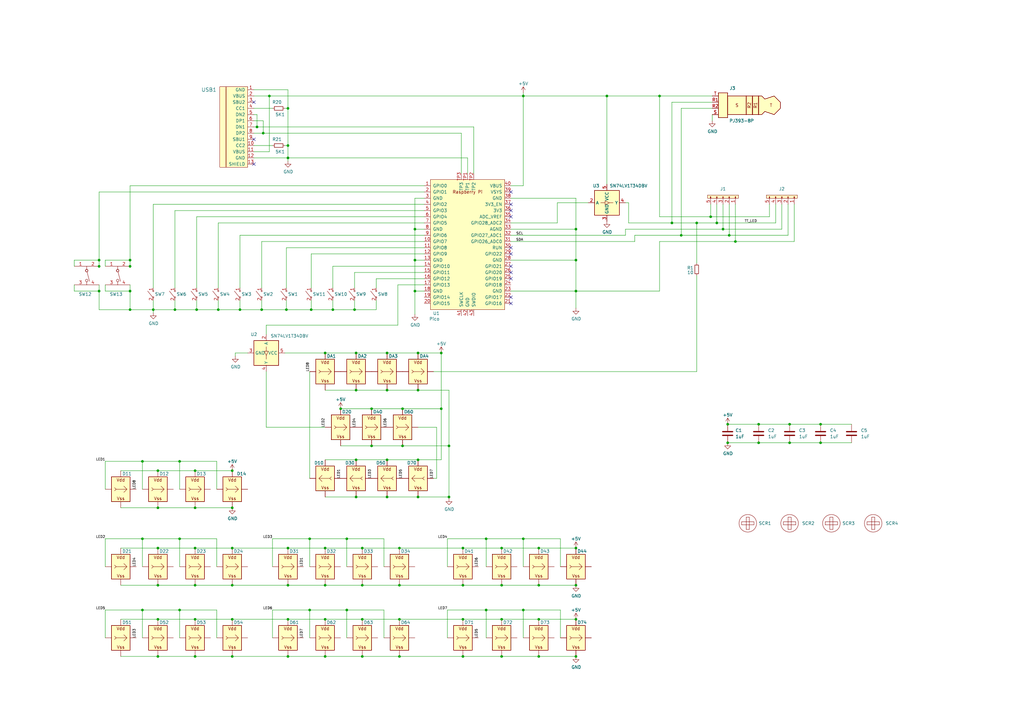
<source format=kicad_sch>
(kicad_sch (version 20211123) (generator eeschema)
  (paper "A3")
  (junction (at 220.98 240.03))
  (junction (at 127.635 127))
  (junction (at 236.22 240.03))
  (junction (at 163.83 269.24))
  (junction (at 107.95 54.61))
  (junction (at 299.085 96.52))
  (junction (at 214.63 39.37))
  (junction (at 205.74 240.03))
  (junction (at 133.35 224.79))
  (junction (at 189.865 240.03))
  (junction (at 98.425 127))
  (junction (at 184.15 203.835))
  (junction (at 146.05 160.02))
  (junction (at 205.74 269.24))
  (junction (at 148.59 269.24))
  (junction (at 58.42 220.98))
  (junction (at 118.11 240.03))
  (junction (at 53.34 119.38))
  (junction (at 40.64 106.68))
  (junction (at 80.01 269.24))
  (junction (at 64.77 254))
  (junction (at 275.59 91.44))
  (junction (at 146.05 203.835))
  (junction (at 171.45 203.835))
  (junction (at 158.75 188.595))
  (junction (at 323.85 173.99))
  (junction (at 64.77 240.03))
  (junction (at 71.755 127))
  (junction (at 298.45 181.61))
  (junction (at 163.83 254))
  (junction (at 158.75 144.78))
  (junction (at 180.975 144.78))
  (junction (at 107.315 127))
  (junction (at 80.01 224.79))
  (junction (at 139.7 167.64))
  (junction (at 323.85 181.61))
  (junction (at 199.39 220.98))
  (junction (at 171.45 188.595))
  (junction (at 158.75 160.02))
  (junction (at 95.25 224.79))
  (junction (at 148.59 254))
  (junction (at 152.4 167.64))
  (junction (at 62.865 127))
  (junction (at 170.18 119.38))
  (junction (at 133.35 240.03))
  (junction (at 110.49 39.37))
  (junction (at 142.24 250.19))
  (junction (at 117.475 127))
  (junction (at 270.51 39.37))
  (junction (at 58.42 189.23))
  (junction (at 248.92 39.37))
  (junction (at 163.83 240.03))
  (junction (at 118.11 64.77))
  (junction (at 296.545 93.98))
  (junction (at 53.34 127))
  (junction (at 236.22 269.24))
  (junction (at 133.35 254))
  (junction (at 148.59 240.03))
  (junction (at 145.415 127))
  (junction (at 298.45 173.99))
  (junction (at 80.01 240.03))
  (junction (at 189.865 269.24))
  (junction (at 127 250.19))
  (junction (at 80.01 254))
  (junction (at 73.66 220.98))
  (junction (at 118.11 254))
  (junction (at 64.77 208.28))
  (junction (at 294.005 91.44))
  (junction (at 95.25 208.28))
  (junction (at 301.625 99.06))
  (junction (at 73.66 250.19))
  (junction (at 311.15 173.99))
  (junction (at 95.25 193.04))
  (junction (at 285.75 91.44))
  (junction (at 236.22 254))
  (junction (at 89.535 127))
  (junction (at 189.865 254))
  (junction (at 199.39 250.19))
  (junction (at 133.35 269.24))
  (junction (at 95.25 240.03))
  (junction (at 220.98 254))
  (junction (at 205.74 224.79))
  (junction (at 80.645 127))
  (junction (at 165.1 182.88))
  (junction (at 152.4 182.88))
  (junction (at 189.865 224.79))
  (junction (at 336.55 173.99))
  (junction (at 142.24 220.98))
  (junction (at 148.59 224.79))
  (junction (at 118.11 59.69))
  (junction (at 170.18 106.68))
  (junction (at 95.25 269.24))
  (junction (at 80.01 208.28))
  (junction (at 163.83 224.79))
  (junction (at 53.34 109.22))
  (junction (at 64.77 193.04))
  (junction (at 40.64 109.22))
  (junction (at 118.11 44.45))
  (junction (at 205.74 254))
  (junction (at 136.525 127))
  (junction (at 165.1 167.64))
  (junction (at 158.75 203.835))
  (junction (at 146.05 188.595))
  (junction (at 73.66 189.23))
  (junction (at 80.01 193.04))
  (junction (at 40.64 119.38))
  (junction (at 180.975 167.64))
  (junction (at 311.15 181.61))
  (junction (at 170.18 93.98))
  (junction (at 133.35 144.78))
  (junction (at 336.55 181.61))
  (junction (at 214.63 220.98))
  (junction (at 146.05 144.78))
  (junction (at 214.63 250.19))
  (junction (at 58.42 250.19))
  (junction (at 291.465 88.9))
  (junction (at 220.98 269.24))
  (junction (at 64.77 224.79))
  (junction (at 118.11 269.24))
  (junction (at 171.45 144.78))
  (junction (at 53.34 106.68))
  (junction (at 236.22 106.68))
  (junction (at 220.98 224.79))
  (junction (at 236.22 93.98))
  (junction (at 127 220.98))
  (junction (at 64.77 269.24))
  (junction (at 184.15 182.88))
  (junction (at 105.41 52.07))
  (junction (at 95.25 254))
  (junction (at 171.45 160.02))
  (junction (at 236.22 224.79))
  (junction (at 236.22 119.38))
  (junction (at 118.11 224.79))
  (junction (at 279.4 96.52))
  (no_connect (at 104.14 67.31))
  (no_connect (at 104.14 41.91))
  (no_connect (at 104.14 57.15))
  (no_connect (at 209.55 101.6))
  (no_connect (at 209.55 104.14))
  (no_connect (at 209.55 109.22))
  (no_connect (at 209.55 111.76))
  (no_connect (at 209.55 114.3))
  (no_connect (at 209.55 78.74))
  (no_connect (at 209.55 83.82))
  (no_connect (at 209.55 86.36))
  (no_connect (at 209.55 88.9))
  (no_connect (at 209.55 121.92))
  (no_connect (at 209.55 124.46))
  (wire (pts (xy 257.81 91.44) (xy 275.59 91.44)))
  (wire (pts (xy 336.55 173.99) (xy 349.25 173.99)))
  (wire (pts (xy 118.11 36.83) (xy 118.11 44.45)))
  (wire (pts (xy 80.01 193.04) (xy 95.25 193.04)))
  (wire (pts (xy 118.11 224.79) (xy 133.35 224.79)))
  (wire (pts (xy 98.425 127) (xy 89.535 127)))
  (wire (pts (xy 170.18 81.28) (xy 170.18 93.98)))
  (wire (pts (xy 109.22 133.35) (xy 109.22 137.16)))
  (wire (pts (xy 336.55 181.61) (xy 349.25 181.61)))
  (wire (pts (xy 95.25 269.24) (xy 118.11 269.24)))
  (wire (pts (xy 146.05 144.78) (xy 158.75 144.78)))
  (wire (pts (xy 133.35 160.02) (xy 146.05 160.02)))
  (wire (pts (xy 142.24 220.98) (xy 142.24 232.41)))
  (wire (pts (xy 142.24 250.19) (xy 142.24 261.62)))
  (wire (pts (xy 275.59 91.44) (xy 285.75 91.44)))
  (wire (pts (xy 209.55 119.38) (xy 236.22 119.38)))
  (wire (pts (xy 173.99 91.44) (xy 89.535 91.44)))
  (wire (pts (xy 189.865 224.79) (xy 205.74 224.79)))
  (wire (pts (xy 98.425 123.19) (xy 98.425 127)))
  (wire (pts (xy 107.315 123.19) (xy 107.315 127)))
  (wire (pts (xy 180.975 144.78) (xy 180.975 167.64)))
  (wire (pts (xy 142.24 250.19) (xy 157.48 250.19)))
  (wire (pts (xy 53.34 119.38) (xy 53.34 127)))
  (wire (pts (xy 104.14 52.07) (xy 105.41 52.07)))
  (wire (pts (xy 95.25 224.79) (xy 118.11 224.79)))
  (wire (pts (xy 127 220.98) (xy 127 232.41)))
  (wire (pts (xy 110.49 62.23) (xy 110.49 39.37)))
  (wire (pts (xy 49.53 269.24) (xy 64.77 269.24)))
  (wire (pts (xy 260.35 96.52) (xy 260.35 99.06)))
  (wire (pts (xy 236.22 81.28) (xy 236.22 93.98)))
  (wire (pts (xy 58.42 189.23) (xy 58.42 200.66)))
  (wire (pts (xy 179.07 175.26) (xy 179.07 196.215)))
  (wire (pts (xy 111.76 250.19) (xy 111.76 261.62)))
  (wire (pts (xy 80.01 269.24) (xy 95.25 269.24)))
  (wire (pts (xy 127 250.19) (xy 127 261.62)))
  (wire (pts (xy 73.66 250.19) (xy 73.66 261.62)))
  (wire (pts (xy 180.975 167.64) (xy 180.975 188.595)))
  (wire (pts (xy 40.64 78.74) (xy 40.64 106.68)))
  (wire (pts (xy 220.98 254) (xy 236.22 254)))
  (wire (pts (xy 117.475 123.19) (xy 117.475 127)))
  (wire (pts (xy 257.81 83.185) (xy 257.81 91.44)))
  (wire (pts (xy 173.99 96.52) (xy 98.425 96.52)))
  (wire (pts (xy 98.425 96.52) (xy 98.425 118.11)))
  (wire (pts (xy 30.48 106.68) (xy 40.64 106.68)))
  (wire (pts (xy 199.39 220.98) (xy 183.515 220.98)))
  (wire (pts (xy 58.42 250.19) (xy 73.66 250.19)))
  (wire (pts (xy 58.42 189.23) (xy 73.66 189.23)))
  (wire (pts (xy 220.98 269.24) (xy 236.22 269.24)))
  (wire (pts (xy 146.05 160.02) (xy 158.75 160.02)))
  (wire (pts (xy 49.53 254) (xy 64.77 254)))
  (wire (pts (xy 58.42 220.98) (xy 58.42 232.41)))
  (wire (pts (xy 189.23 54.61) (xy 107.95 54.61)))
  (wire (pts (xy 80.01 254) (xy 95.25 254)))
  (wire (pts (xy 171.45 203.835) (xy 184.15 203.835)))
  (wire (pts (xy 80.01 208.28) (xy 95.25 208.28)))
  (wire (pts (xy 163.83 254) (xy 189.865 254)))
  (wire (pts (xy 173.99 99.06) (xy 107.315 99.06)))
  (wire (pts (xy 291.465 88.9) (xy 270.51 88.9)))
  (wire (pts (xy 228.6 83.185) (xy 241.3 83.185)))
  (wire (pts (xy 189.865 254) (xy 205.74 254)))
  (wire (pts (xy 80.01 224.79) (xy 95.25 224.79)))
  (wire (pts (xy 209.55 91.44) (xy 228.6 91.44)))
  (wire (pts (xy 127 250.19) (xy 111.76 250.19)))
  (wire (pts (xy 325.755 99.06) (xy 325.755 83.82)))
  (wire (pts (xy 318.135 91.44) (xy 294.005 91.44)))
  (wire (pts (xy 171.45 160.02) (xy 184.15 160.02)))
  (wire (pts (xy 189.865 269.24) (xy 205.74 269.24)))
  (wire (pts (xy 73.66 250.19) (xy 88.9 250.19)))
  (wire (pts (xy 49.53 208.28) (xy 64.77 208.28)))
  (wire (pts (xy 49.53 240.03) (xy 64.77 240.03)))
  (wire (pts (xy 173.99 109.22) (xy 136.525 109.22)))
  (wire (pts (xy 299.085 83.82) (xy 299.085 96.52)))
  (wire (pts (xy 170.18 93.98) (xy 170.18 106.68)))
  (wire (pts (xy 311.15 173.99) (xy 323.85 173.99)))
  (wire (pts (xy 62.865 83.82) (xy 62.865 118.11)))
  (wire (pts (xy 236.22 119.38) (xy 236.22 126.365)))
  (wire (pts (xy 173.99 78.74) (xy 40.64 78.74)))
  (wire (pts (xy 30.48 119.38) (xy 40.64 119.38)))
  (wire (pts (xy 133.35 224.79) (xy 148.59 224.79)))
  (wire (pts (xy 158.75 203.835) (xy 171.45 203.835)))
  (wire (pts (xy 171.45 144.78) (xy 180.975 144.78)))
  (wire (pts (xy 154.305 114.3) (xy 154.305 118.11)))
  (wire (pts (xy 58.42 250.19) (xy 43.18 250.19)))
  (wire (pts (xy 62.865 123.19) (xy 62.865 127)))
  (wire (pts (xy 146.05 203.835) (xy 158.75 203.835)))
  (wire (pts (xy 205.74 269.24) (xy 220.98 269.24)))
  (wire (pts (xy 315.595 88.9) (xy 291.465 88.9)))
  (wire (pts (xy 88.9 189.23) (xy 88.9 200.66)))
  (wire (pts (xy 248.92 75.565) (xy 248.92 39.37)))
  (wire (pts (xy 157.48 220.98) (xy 157.48 232.41)))
  (wire (pts (xy 270.51 39.37) (xy 292.1 39.37)))
  (wire (pts (xy 127.635 123.19) (xy 127.635 127)))
  (wire (pts (xy 163.83 224.79) (xy 189.865 224.79)))
  (wire (pts (xy 105.41 46.99) (xy 105.41 52.07)))
  (wire (pts (xy 30.48 109.22) (xy 30.48 106.68)))
  (wire (pts (xy 165.1 167.64) (xy 180.975 167.64)))
  (wire (pts (xy 73.66 220.98) (xy 73.66 232.41)))
  (wire (pts (xy 194.31 52.07) (xy 105.41 52.07)))
  (wire (pts (xy 171.45 188.595) (xy 180.975 188.595)))
  (wire (pts (xy 256.54 93.98) (xy 296.545 93.98)))
  (wire (pts (xy 71.755 127) (xy 62.865 127)))
  (wire (pts (xy 107.315 99.06) (xy 107.315 118.11)))
  (wire (pts (xy 165.1 182.88) (xy 184.15 182.88)))
  (wire (pts (xy 184.15 203.835) (xy 184.15 204.47)))
  (wire (pts (xy 199.39 250.19) (xy 199.39 261.62)))
  (wire (pts (xy 248.92 39.37) (xy 270.51 39.37)))
  (wire (pts (xy 133.35 254) (xy 148.59 254)))
  (wire (pts (xy 80.01 240.03) (xy 95.25 240.03)))
  (wire (pts (xy 323.85 181.61) (xy 336.55 181.61)))
  (wire (pts (xy 163.83 269.24) (xy 189.865 269.24)))
  (wire (pts (xy 199.39 250.19) (xy 214.63 250.19)))
  (wire (pts (xy 296.545 93.98) (xy 320.675 93.98)))
  (wire (pts (xy 220.98 240.03) (xy 236.22 240.03)))
  (wire (pts (xy 171.45 175.26) (xy 179.07 175.26)))
  (wire (pts (xy 199.39 250.19) (xy 183.515 250.19)))
  (wire (pts (xy 104.14 64.77) (xy 118.11 64.77)))
  (wire (pts (xy 107.95 49.53) (xy 107.95 54.61)))
  (wire (pts (xy 301.625 99.06) (xy 301.625 83.82)))
  (wire (pts (xy 285.75 152.4) (xy 285.75 113.03)))
  (wire (pts (xy 40.64 109.22) (xy 40.64 109.855)))
  (wire (pts (xy 315.595 83.82) (xy 315.595 88.9)))
  (wire (pts (xy 40.64 119.38) (xy 40.64 127)))
  (wire (pts (xy 194.31 71.12) (xy 194.31 52.07)))
  (wire (pts (xy 279.4 96.52) (xy 279.4 44.45)))
  (wire (pts (xy 183.515 220.98) (xy 183.515 232.41)))
  (wire (pts (xy 214.63 250.19) (xy 229.87 250.19)))
  (wire (pts (xy 58.42 220.98) (xy 73.66 220.98)))
  (wire (pts (xy 177.8 152.4) (xy 285.75 152.4)))
  (wire (pts (xy 127 220.98) (xy 142.24 220.98)))
  (wire (pts (xy 133.35 269.24) (xy 148.59 269.24)))
  (wire (pts (xy 71.755 123.19) (xy 71.755 127)))
  (wire (pts (xy 136.525 127) (xy 127.635 127)))
  (wire (pts (xy 136.525 109.22) (xy 136.525 118.11)))
  (wire (pts (xy 191.77 71.12) (xy 191.77 64.77)))
  (wire (pts (xy 173.99 88.9) (xy 80.645 88.9)))
  (wire (pts (xy 199.39 220.98) (xy 214.63 220.98)))
  (wire (pts (xy 117.475 127) (xy 107.315 127)))
  (wire (pts (xy 40.64 127) (xy 53.34 127)))
  (wire (pts (xy 173.99 83.82) (xy 62.865 83.82)))
  (wire (pts (xy 111.76 220.98) (xy 111.76 232.41)))
  (wire (pts (xy 296.545 83.82) (xy 296.545 93.98)))
  (wire (pts (xy 184.15 182.88) (xy 184.15 203.835)))
  (wire (pts (xy 199.39 220.98) (xy 199.39 232.41)))
  (wire (pts (xy 148.59 254) (xy 163.83 254)))
  (wire (pts (xy 139.7 167.64) (xy 152.4 167.64)))
  (wire (pts (xy 95.25 254) (xy 118.11 254)))
  (wire (pts (xy 205.74 254) (xy 220.98 254)))
  (wire (pts (xy 109.22 175.26) (xy 133.35 175.26)))
  (wire (pts (xy 64.77 240.03) (xy 80.01 240.03)))
  (wire (pts (xy 116.84 144.78) (xy 133.35 144.78)))
  (wire (pts (xy 220.98 224.79) (xy 236.22 224.79)))
  (wire (pts (xy 133.35 188.595) (xy 146.05 188.595)))
  (wire (pts (xy 205.74 240.03) (xy 220.98 240.03)))
  (wire (pts (xy 104.14 62.23) (xy 110.49 62.23)))
  (wire (pts (xy 260.35 96.52) (xy 279.4 96.52)))
  (wire (pts (xy 110.49 39.37) (xy 214.63 39.37)))
  (wire (pts (xy 127 250.19) (xy 142.24 250.19)))
  (wire (pts (xy 183.515 250.19) (xy 183.515 261.62)))
  (wire (pts (xy 117.475 101.6) (xy 117.475 118.11)))
  (wire (pts (xy 145.415 123.19) (xy 145.415 127)))
  (wire (pts (xy 104.14 54.61) (xy 107.95 54.61)))
  (wire (pts (xy 270.51 99.06) (xy 301.625 99.06)))
  (wire (pts (xy 291.465 83.82) (xy 291.465 88.9)))
  (wire (pts (xy 158.75 144.78) (xy 171.45 144.78)))
  (wire (pts (xy 43.18 220.98) (xy 43.18 232.41)))
  (wire (pts (xy 127 220.98) (xy 111.76 220.98)))
  (wire (pts (xy 173.99 104.14) (xy 127.635 104.14)))
  (wire (pts (xy 73.66 189.23) (xy 73.66 200.66)))
  (wire (pts (xy 158.75 160.02) (xy 171.45 160.02)))
  (wire (pts (xy 173.99 86.36) (xy 71.755 86.36)))
  (wire (pts (xy 104.14 59.69) (xy 111.76 59.69)))
  (wire (pts (xy 80.645 88.9) (xy 80.645 118.11)))
  (wire (pts (xy 30.48 116.84) (xy 30.48 119.38)))
  (wire (pts (xy 275.59 91.44) (xy 275.59 41.91)))
  (wire (pts (xy 229.87 220.98) (xy 229.87 232.41)))
  (wire (pts (xy 64.77 254) (xy 80.01 254)))
  (wire (pts (xy 214.63 220.98) (xy 229.87 220.98)))
  (wire (pts (xy 205.74 224.79) (xy 220.98 224.79)))
  (wire (pts (xy 118.11 269.24) (xy 133.35 269.24)))
  (wire (pts (xy 148.59 240.03) (xy 163.83 240.03)))
  (wire (pts (xy 279.4 44.45) (xy 292.1 44.45)))
  (wire (pts (xy 189.23 71.12) (xy 189.23 54.61)))
  (wire (pts (xy 170.18 106.68) (xy 170.18 119.38)))
  (wire (pts (xy 104.14 44.45) (xy 111.76 44.45)))
  (wire (pts (xy 256.54 96.52) (xy 256.54 93.98)))
  (wire (pts (xy 179.07 196.215) (xy 177.8 196.215)))
  (wire (pts (xy 49.53 193.04) (xy 64.77 193.04)))
  (wire (pts (xy 118.11 59.69) (xy 116.84 59.69)))
  (wire (pts (xy 62.865 127) (xy 62.865 128.27)))
  (wire (pts (xy 191.77 64.77) (xy 118.11 64.77)))
  (wire (pts (xy 53.34 119.38) (xy 53.34 116.84)))
  (wire (pts (xy 184.15 160.02) (xy 184.15 182.88)))
  (wire (pts (xy 89.535 127) (xy 80.645 127)))
  (wire (pts (xy 148.59 224.79) (xy 163.83 224.79)))
  (wire (pts (xy 104.14 36.83) (xy 118.11 36.83)))
  (wire (pts (xy 104.14 39.37) (xy 110.49 39.37)))
  (wire (pts (xy 323.85 173.99) (xy 336.55 173.99)))
  (wire (pts (xy 43.18 116.84) (xy 43.18 119.38)))
  (wire (pts (xy 173.99 111.76) (xy 145.415 111.76)))
  (wire (pts (xy 133.35 240.03) (xy 148.59 240.03)))
  (wire (pts (xy 127 152.4) (xy 127 196.215)))
  (wire (pts (xy 40.64 106.68) (xy 40.64 109.22)))
  (wire (pts (xy 107.315 127) (xy 98.425 127)))
  (wire (pts (xy 43.18 119.38) (xy 53.34 119.38)))
  (wire (pts (xy 53.34 106.68) (xy 53.34 109.22)))
  (wire (pts (xy 173.99 81.28) (xy 170.18 81.28)))
  (wire (pts (xy 285.75 91.44) (xy 294.005 91.44)))
  (wire (pts (xy 170.18 119.38) (xy 173.99 119.38)))
  (wire (pts (xy 320.675 93.98) (xy 320.675 83.82)))
  (wire (pts (xy 214.63 220.98) (xy 214.63 232.41)))
  (wire (pts (xy 236.22 106.68) (xy 236.22 119.38)))
  (wire (pts (xy 142.24 220.98) (xy 157.48 220.98)))
  (wire (pts (xy 270.51 99.06) (xy 270.51 119.38)))
  (wire (pts (xy 118.11 240.03) (xy 133.35 240.03)))
  (wire (pts (xy 301.625 99.06) (xy 325.755 99.06)))
  (wire (pts (xy 127.635 104.14) (xy 127.635 118.11)))
  (wire (pts (xy 88.9 220.98) (xy 88.9 232.41)))
  (wire (pts (xy 158.75 188.595) (xy 171.45 188.595)))
  (wire (pts (xy 71.755 86.36) (xy 71.755 118.11)))
  (wire (pts (xy 58.42 220.98) (xy 43.18 220.98)))
  (wire (pts (xy 101.6 144.78) (xy 96.52 144.78)))
  (wire (pts (xy 53.34 76.2) (xy 53.34 106.68)))
  (wire (pts (xy 80.645 127) (xy 71.755 127)))
  (wire (pts (xy 89.535 91.44) (xy 89.535 118.11)))
  (wire (pts (xy 209.55 81.28) (xy 236.22 81.28)))
  (wire (pts (xy 154.305 127) (xy 145.415 127)))
  (wire (pts (xy 64.77 269.24) (xy 80.01 269.24)))
  (wire (pts (xy 173.99 114.3) (xy 154.305 114.3)))
  (wire (pts (xy 323.215 96.52) (xy 323.215 83.82)))
  (wire (pts (xy 209.55 106.68) (xy 236.22 106.68)))
  (wire (pts (xy 209.55 96.52) (xy 256.54 96.52)))
  (wire (pts (xy 40.64 119.38) (xy 40.64 116.84)))
  (wire (pts (xy 118.11 44.45) (xy 118.11 59.69)))
  (wire (pts (xy 163.83 240.03) (xy 189.865 240.03)))
  (wire (pts (xy 285.75 107.95) (xy 285.75 91.44)))
  (wire (pts (xy 43.18 189.23) (xy 43.18 200.66)))
  (wire (pts (xy 236.22 93.98) (xy 236.22 106.68)))
  (wire (pts (xy 43.18 109.22) (xy 43.18 106.68)))
  (wire (pts (xy 136.525 123.19) (xy 136.525 127)))
  (wire (pts (xy 118.11 64.77) (xy 118.11 66.04)))
  (wire (pts (xy 311.15 181.61) (xy 323.85 181.61)))
  (wire (pts (xy 214.63 39.37) (xy 248.92 39.37)))
  (wire (pts (xy 145.415 111.76) (xy 145.415 118.11)))
  (wire (pts (xy 173.99 101.6) (xy 117.475 101.6)))
  (wire (pts (xy 53.34 127) (xy 62.865 127)))
  (wire (pts (xy 49.53 224.79) (xy 64.77 224.79)))
  (wire (pts (xy 298.45 181.61) (xy 311.15 181.61)))
  (wire (pts (xy 53.34 109.22) (xy 53.34 109.855)))
  (wire (pts (xy 96.52 144.78) (xy 96.52 146.05)))
  (wire (pts (xy 229.87 250.19) (xy 229.87 261.62)))
  (wire (pts (xy 148.59 269.24) (xy 163.83 269.24)))
  (wire (pts (xy 209.55 93.98) (xy 236.22 93.98)))
  (wire (pts (xy 163.195 116.84) (xy 163.195 133.35)))
  (wire (pts (xy 58.42 250.19) (xy 58.42 261.62)))
  (wire (pts (xy 270.51 39.37) (xy 270.51 88.9)))
  (wire (pts (xy 209.55 99.06) (xy 260.35 99.06)))
  (wire (pts (xy 73.66 220.98) (xy 88.9 220.98)))
  (wire (pts (xy 270.51 119.38) (xy 236.22 119.38)))
  (wire (pts (xy 64.77 224.79) (xy 80.01 224.79)))
  (wire (pts (xy 228.6 91.44) (xy 228.6 83.185)))
  (wire (pts (xy 214.63 39.37) (xy 214.63 38.1)))
  (wire (pts (xy 299.085 96.52) (xy 323.215 96.52)))
  (wire (pts (xy 139.7 182.88) (xy 152.4 182.88)))
  (wire (pts (xy 64.77 193.04) (xy 80.01 193.04)))
  (wire (pts (xy 104.14 49.53) (xy 107.95 49.53)))
  (wire (pts (xy 118.11 59.69) (xy 118.11 64.77)))
  (wire (pts (xy 318.135 83.82) (xy 318.135 91.44)))
  (wire (pts (xy 43.18 250.19) (xy 43.18 261.62)))
  (wire (pts (xy 294.005 83.82) (xy 294.005 91.44)))
  (wire (pts (xy 73.66 189.23) (xy 88.9 189.23)))
  (wire (pts (xy 109.22 152.4) (xy 109.22 175.26)))
  (wire (pts (xy 214.63 250.19) (xy 214.63 261.62)))
  (wire (pts (xy 89.535 123.19) (xy 89.535 127)))
  (wire (pts (xy 43.18 106.68) (xy 53.34 106.68)))
  (wire (pts (xy 109.22 133.35) (xy 163.195 133.35)))
  (wire (pts (xy 173.99 116.84) (xy 163.195 116.84)))
  (wire (pts (xy 154.305 123.19) (xy 154.305 127)))
  (wire (pts (xy 256.54 83.185) (xy 257.81 83.185)))
  (wire (pts (xy 118.11 254) (xy 133.35 254)))
  (wire (pts (xy 104.14 46.99) (xy 105.41 46.99)))
  (wire (pts (xy 292.1 49.53) (xy 292.1 46.99)))
  (wire (pts (xy 170.18 93.98) (xy 173.99 93.98)))
  (wire (pts (xy 133.35 144.78) (xy 146.05 144.78)))
  (wire (pts (xy 152.4 167.64) (xy 165.1 167.64)))
  (wire (pts (xy 189.865 240.03) (xy 205.74 240.03)))
  (wire (pts (xy 118.11 44.45) (xy 116.84 44.45)))
  (wire (pts (xy 209.55 76.2) (xy 214.63 76.2)))
  (wire (pts (xy 43.18 189.23) (xy 58.42 189.23)))
  (wire (pts (xy 152.4 182.88) (xy 165.1 182.88)))
  (wire (pts (xy 95.25 240.03) (xy 118.11 240.03)))
  (wire (pts (xy 173.99 76.2) (xy 53.34 76.2)))
  (wire (pts (xy 146.05 188.595) (xy 158.75 188.595)))
  (wire (pts (xy 214.63 39.37) (xy 214.63 76.2)))
  (wire (pts (xy 170.18 119.38) (xy 170.18 128.905)))
  (wire (pts (xy 127.635 127) (xy 117.475 127)))
  (wire (pts (xy 170.18 106.68) (xy 173.99 106.68)))
  (wire (pts (xy 279.4 96.52) (xy 299.085 96.52)))
  (wire (pts (xy 298.45 173.99) (xy 311.15 173.99)))
  (wire (pts (xy 275.59 41.91) (xy 292.1 41.91)))
  (wire (pts (xy 145.415 127) (xy 136.525 127)))
  (wire (pts (xy 133.35 203.835) (xy 146.05 203.835)))
  (wire (pts (xy 64.77 208.28) (xy 80.01 208.28)))
  (wire (pts (xy 88.9 250.19) (xy 88.9 261.62)))
  (wire (pts (xy 80.645 123.19) (xy 80.645 127)))
  (wire (pts (xy 157.48 250.19) (xy 157.48 261.62)))
  (label "LED6" (at 158.75 175.26 90) (effects (font (size 1 1))))
  (label "LED1" (at 139.7 196.215 90) (effects (font (size 1 1))))
  (label "LED4" (at 146.05 175.26 90) (effects (font (size 1 1))))
  (label "LED2" (at 133.35 175.26 90) (effects (font (size 1 1))))
  (label "LED7" (at 183.515 250.19 180) (effects (font (size 1 1))))
  (label "LED1" (at 124.46 232.41 90) (effects (font (size 1 1))))
  (label "LED8" (at 55.88 200.66 90) (effects (font (size 1 1))))
  (label "SCL" (at 214.63 96.52 180) (effects (font (size 1 1))))
  (label "LED2" (at 43.18 220.98 180) (effects (font (size 1 1))))
  (label "LED8" (at 127 152.4 90) (effects (font (size 1 1))))
  (label "LED3" (at 55.88 261.62 90) (effects (font (size 1 1))))
  (label "LED7" (at 177.8 196.215 90) (effects (font (size 1 1))))
  (label "LED6" (at 111.76 250.19 180) (effects (font (size 1 1))))
  (label "LED6" (at 196.215 232.41 90) (effects (font (size 1 1))))
  (label "SDA" (at 214.63 99.06 180) (effects (font (size 1 1))))
  (label "LED3" (at 111.76 220.98 180) (effects (font (size 1 1))))
  (label "LED4" (at 183.515 220.98 180) (effects (font (size 1 1))))
  (label "TT_LED" (at 310.515 91.44 180) (effects (font (size 1 1))))
  (label "LED3" (at 152.4 196.215 90) (effects (font (size 1 1))))
  (label "LED7" (at 124.46 261.62 90) (effects (font (size 1 1))))
  (label "LED5" (at 43.18 250.19 180) (effects (font (size 1 1))))
  (label "LED5" (at 165.1 196.215 90) (effects (font (size 1 1))))
  (label "LED5" (at 196.215 261.62 90) (effects (font (size 1 1))))
  (label "LED4" (at 55.88 232.41 90) (effects (font (size 1 1))))
  (label "LED1" (at 43.18 189.23 180) (effects (font (size 1 1))))
  (symbol (lib_id "MCU_RaspberryPi_and_Boards:Pico") (at 191.77 100.33 0) (unit 1)
    (property "Reference" "U1" (at 180.34 128.4986 0) (effects (justify right)))
    (property "Value" "Pico" (at 180.34 130.81 0) (effects (justify right)))
    (property "Footprint" "MCU_RaspberryPi_and_Boards:RPi_Pico_SMD" (effects hide))
  )
  (symbol (lib_id "Type-C:HRO-TYPE-C-31-M-12") (at 101.6 50.8 0) (unit 1)
    (property "Reference" "USB1" (at 82.55 36.83 0) (effects (font (size 1.524 1.524)) (justify left)))
    (property "Value" "U262-161N-4BVC11" (effects hide))
    (property "Footprint" "Type-C:HRO-TYPE-C-31-M-12-Assembly" (effects hide))
    (property "LCSC" "C319148" (effects hide))
  )
  (symbol (lib_id "power:GND") (at 118.11 66.04 0) (unit 1)
    (property "Reference" "#PWR0112" (effects hide))
    (property "Value" "GND" (at 118.237 70.4342 0))
  )
  (symbol (lib_id "power:+5V") (at 214.63 38.1 0) (unit 1)
    (property "Reference" "#PWR0114" (effects hide))
    (property "Value" "+5V" (at 214.63 34.29 0))
  )
  (symbol (lib_id "Device:R_Small") (at 114.3 59.69 90) (unit 1)
    (property "Reference" "R21" (at 115.57 57.15 90) (effects (justify left)))
    (property "Value" "5K1" (at 116.84 62.23 90) (effects (justify left)))
    (property "Footprint" "Resistor_SMD:R_0603_1608Metric" (effects hide))
    (property "LCSC" "C23186" (effects hide))
  )
  (symbol (lib_id "Device:R_Small") (at 114.3 44.45 90) (unit 1)
    (property "Reference" "R20" (at 115.57 41.91 90) (effects (justify left)))
    (property "Value" "5K1" (at 116.84 46.99 90) (effects (justify left)))
    (property "Footprint" "Resistor_SMD:R_0603_1608Metric" (effects hide))
    (property "LCSC" "C23186" (effects hide))
  )
  (symbol (lib_id "power:GND") (at 96.52 146.05 0) (unit 1)
    (property "Reference" "#PWR0118" (effects hide))
    (property "Value" "GND" (at 96.647 150.4442 0))
  )
  (symbol (lib_name "WS2812B_Unified_10") (lib_id "iidx_pico:WS2812B_Unified") (at 189.865 261.62 0) (unit 1)
    (property "Reference" "D71" (at 192.405 255.27 0))
    (property "Value" "WS2812B_Unified" (effects hide))
    (property "Footprint" "iidx_pico:WS2812B-1615" (effects hide))
  )
  (symbol (lib_name "WS2812B_Unified_6") (lib_id "iidx_pico:WS2812B_Unified") (at 80.01 261.62 0) (unit 1)
    (property "Reference" "D53" (at 82.55 255.27 0))
    (property "Value" "WS2812B_Unified" (effects hide))
    (property "Footprint" "iidx_pico:WS2812B-1615" (effects hide))
  )
  (symbol (lib_name "WS2812B_Unified_6") (lib_id "iidx_pico:WS2812B_Unified") (at 236.22 261.62 0) (unit 1)
    (property "Reference" "D74" (at 238.76 255.27 0))
    (property "Value" "WS2812B_Unified" (effects hide))
    (property "Footprint" "iidx_pico:WS2812B-1615" (effects hide))
  )
  (symbol (lib_name "WS2812B_Unified_6") (lib_id "iidx_pico:WS2812B_Unified") (at 189.865 232.41 0) (unit 1)
    (property "Reference" "D41" (at 192.405 226.06 0))
    (property "Value" "WS2812B_Unified" (effects hide))
    (property "Footprint" "iidx_pico:WS2812B-1615" (effects hide))
  )
  (symbol (lib_name "WS2812B_Unified_6") (lib_id "iidx_pico:WS2812B_Unified") (at 205.74 261.62 0) (unit 1)
    (property "Reference" "D72" (at 208.28 255.27 0))
    (property "Value" "WS2812B_Unified" (effects hide))
    (property "Footprint" "iidx_pico:WS2812B-1615" (effects hide))
  )
  (symbol (lib_id "iidx_pico:Tact_4pin") (at 35.56 113.03 0) (unit 1)
    (property "Reference" "SW12" (at 34.925 120.65 0))
    (property "Value" "Tact_4pin" (effects hide))
    (property "Footprint" "iidx_pico:EVQP1K05M" (effects hide))
    (property "LCSC" "C231726" (effects hide))
  )
  (symbol (lib_name "WS2812B_Unified_6") (lib_id "iidx_pico:WS2812B_Unified") (at 64.77 200.66 0) (unit 1)
    (property "Reference" "D12" (at 67.31 194.31 0))
    (property "Value" "WS2812B_Unified" (effects hide))
    (property "Footprint" "iidx_pico:WS2812B-1615" (effects hide))
  )
  (symbol (lib_id "agg:SWITCH_SPST") (at 107.315 120.65 90) (unit 1)
    (property "Reference" "SW2" (at 107.95 120.65 90) (effects (justify right)))
    (property "Value" "SWITCH_SPST" (effects hide))
    (property "Footprint" "iidx_pico:SW_Kailh_Choc_V1V2_IIDX" (effects hide))
  )
  (symbol (lib_id "Device:C") (at 298.45 177.8 0) (unit 1)
    (property "Reference" "C1" (at 301.625 176.5299 0) (effects (justify left)))
    (property "Value" "1uF" (at 301.625 179.0699 0) (effects (justify left)))
    (property "Footprint" "Capacitor_SMD:C_0805_2012Metric" (effects hide))
  )
  (symbol (lib_id "Device:C") (at 336.55 177.8 0) (unit 1)
    (property "Reference" "C4" (at 340.36 176.5299 0) (effects (justify left)))
    (property "Value" "1uF" (at 340.36 179.0699 0) (effects (justify left)))
    (property "Footprint" "Capacitor_SMD:C_0805_2012Metric" (effects hide))
  )
  (symbol (lib_name "WS2812B_Unified_7") (lib_id "iidx_pico:WS2812B_Unified") (at 146.05 152.4 0) (unit 1)
    (property "Reference" "DA2" (at 148.59 146.05 0))
    (property "Value" "WS2812B_Unified" (effects hide))
    (property "Footprint" "iidx_pico:WS2812B-2835" (effects hide))
  )
  (symbol (lib_name "WS2812B_Unified_3") (lib_id "iidx_pico:WS2812B_Unified") (at 139.7 175.26 0) (unit 1)
    (property "Reference" "D20" (at 142.24 168.91 0))
    (property "Value" "WS2812B_Unified" (effects hide))
    (property "Footprint" "iidx_pico:WS2812B-2835" (effects hide))
  )
  (symbol (lib_name "WS2812B_Unified_8") (lib_id "iidx_pico:WS2812B_Unified") (at 133.35 152.4 0) (unit 1)
    (property "Reference" "DA1" (at 135.89 146.05 0))
    (property "Value" "WS2812B_Unified" (effects hide))
    (property "Footprint" "iidx_pico:WS2812B-2835" (effects hide))
  )
  (symbol (lib_id "power:+5V") (at 298.45 173.99 0) (unit 1)
    (property "Reference" "#PWR0113" (effects hide))
    (property "Value" "+5V" (at 298.45 170.18 0))
  )
  (symbol (lib_id "power:GND") (at 298.45 181.61 0) (unit 1)
    (property "Reference" "#PWR0116" (effects hide))
    (property "Value" "GND" (at 298.577 186.0042 0))
  )
  (symbol (lib_name "WS2812B_Unified_6") (lib_id "iidx_pico:WS2812B_Unified") (at 163.83 232.41 0) (unit 1)
    (property "Reference" "D34" (at 166.37 226.06 0))
    (property "Value" "WS2812B_Unified" (effects hide))
    (property "Footprint" "iidx_pico:WS2812B-1615" (effects hide))
  )
  (symbol (lib_id "power:GND") (at 236.22 126.365 0) (unit 1)
    (property "Reference" "#PWR0103" (effects hide))
    (property "Value" "GND" (at 236.347 130.7592 0))
  )
  (symbol (lib_name "WS2812B_Unified_6") (lib_id "iidx_pico:WS2812B_Unified") (at 133.35 196.215 0) (mirror y) (unit 1)
    (property "Reference" "D10" (at 130.81 189.865 0))
    (property "Value" "WS2812B_Unified" (effects hide))
    (property "Footprint" "iidx_pico:WS2812B-2835" (effects hide))
  )
  (symbol (lib_id "agg:CONN_01x05") (at 325.755 81.28 270) (unit 1)
    (property "Reference" "J2" (at 320.675 77.47 90))
    (property "Value" "CONN_01x05" (effects hide))
    (property "Footprint" "iidx_pico:Pogo_5P_Female" (effects hide))
  )
  (symbol (lib_id "Device:C") (at 323.85 177.8 0) (unit 1)
    (property "Reference" "C3" (at 327.66 176.5299 0) (effects (justify left)))
    (property "Value" "1uF" (at 327.66 179.0699 0) (effects (justify left)))
    (property "Footprint" "Capacitor_SMD:C_0805_2012Metric" (effects hide))
  )
  (symbol (lib_id "power:+5V") (at 139.7 167.64 0) (unit 1)
    (property "Reference" "#PWR0115" (effects hide))
    (property "Value" "+5V" (at 139.7 163.83 0))
  )
  (symbol (lib_id "power:+5V") (at 236.22 254 0) (unit 1)
    (property "Reference" "#PWR0107" (effects hide))
    (property "Value" "+5V" (at 236.22 250.19 0))
  )
  (symbol (lib_id "iidx_pico:ScrewHole") (at 323.85 214.63 0) (unit 1)
    (property "Reference" "SCR2" (at 328.93 214.6299 0) (effects (justify left)))
    (property "Value" "ScrewHole" (effects hide))
    (property "Footprint" "iidx_pico:MountingHole_3.2mm_M3" (effects hide))
  )
  (symbol (lib_id "Logic_LevelTranslator:SN74LV1T34DBV") (at 248.92 83.185 0) (unit 1)
    (property "Reference" "U3" (at 244.475 76.2 0))
    (property "Value" "SN74LV1T34DBV" (at 257.81 76.2 0))
    (property "Footprint" "iidx_pico:SOT-23-5_Jumper" (effects hide))
    (property "Datasheet" "https://www.ti.com/lit/ds/symlink/sn74lv1t34.pdf" (effects hide))
  )
  (symbol (lib_name "WS2812B_Unified_6") (lib_id "iidx_pico:WS2812B_Unified") (at 236.22 232.41 0) (unit 1)
    (property "Reference" "D44" (at 238.76 226.06 0))
    (property "Value" "WS2812B_Unified" (effects hide))
    (property "Footprint" "iidx_pico:WS2812B-1615" (effects hide))
  )
  (symbol (lib_name "WS2812B_Unified_6") (lib_id "iidx_pico:WS2812B_Unified") (at 148.59 261.62 0) (unit 1)
    (property "Reference" "D63" (at 151.13 255.27 0))
    (property "Value" "WS2812B_Unified" (effects hide))
    (property "Footprint" "iidx_pico:WS2812B-1615" (effects hide))
  )
  (symbol (lib_id "agg:SWITCH_SPST") (at 80.645 120.65 90) (unit 1)
    (property "Reference" "SW5" (at 81.28 120.65 90) (effects (justify right)))
    (property "Value" "SWITCH_SPST" (effects hide))
    (property "Footprint" "iidx_pico:SW_Kailh_Choc_V1V2_IIDX" (effects hide))
  )
  (symbol (lib_name "WS2812B_Unified_6") (lib_id "iidx_pico:WS2812B_Unified") (at 64.77 261.62 0) (unit 1)
    (property "Reference" "D52" (at 67.31 255.27 0))
    (property "Value" "WS2812B_Unified" (effects hide))
    (property "Footprint" "iidx_pico:WS2812B-1615" (effects hide))
  )
  (symbol (lib_id "iidx_pico:WS2812B_Unified") (at 158.75 152.4 0) (unit 1)
    (property "Reference" "DA3" (at 161.29 146.05 0))
    (property "Value" "WS2812B_Unified" (effects hide))
    (property "Footprint" "iidx_pico:WS2812B-2835" (effects hide))
  )
  (symbol (lib_id "power:GND") (at 236.22 240.03 0) (unit 1)
    (property "Reference" "#PWR0109" (effects hide))
    (property "Value" "GND" (at 236.347 244.4242 0))
  )
  (symbol (lib_id "power:+5V") (at 236.22 224.79 0) (unit 1)
    (property "Reference" "#PWR0110" (effects hide))
    (property "Value" "+5V" (at 236.22 220.98 0))
  )
  (symbol (lib_id "Device:C") (at 311.15 177.8 0) (unit 1)
    (property "Reference" "C2" (at 314.96 176.5299 0) (effects (justify left)))
    (property "Value" "1uF" (at 314.96 179.0699 0) (effects (justify left)))
    (property "Footprint" "Capacitor_SMD:C_0805_2012Metric" (effects hide))
  )
  (symbol (lib_name "WS2812B_Unified_9") (lib_id "iidx_pico:WS2812B_Unified") (at 165.1 175.26 0) (unit 1)
    (property "Reference" "D60" (at 167.64 168.91 0))
    (property "Value" "WS2812B_Unified" (effects hide))
    (property "Footprint" "iidx_pico:WS2812B-2835" (effects hide))
  )
  (symbol (lib_id "agg:SWITCH_SPST") (at 154.305 120.65 90) (unit 1)
    (property "Reference" "SW8" (at 154.94 120.65 90) (effects (justify right)))
    (property "Value" "SWITCH_SPST" (effects hide))
    (property "Footprint" "iidx_pico:SW_Kailh_Choc_V1V2_1.00u_LED" (effects hide))
  )
  (symbol (lib_name "WS2812B_Unified_6") (lib_id "iidx_pico:WS2812B_Unified") (at 133.35 261.62 0) (unit 1)
    (property "Reference" "D62" (at 135.89 255.27 0))
    (property "Value" "WS2812B_Unified" (effects hide))
    (property "Footprint" "iidx_pico:WS2812B-1615" (effects hide))
  )
  (symbol (lib_name "WS2812B_Unified_6") (lib_id "iidx_pico:WS2812B_Unified") (at 80.01 200.66 0) (unit 1)
    (property "Reference" "D13" (at 82.55 194.31 0))
    (property "Value" "WS2812B_Unified" (effects hide))
    (property "Footprint" "iidx_pico:WS2812B-1615" (effects hide))
  )
  (symbol (lib_name "WS2812B_Unified_6") (lib_id "iidx_pico:WS2812B_Unified") (at 95.25 232.41 0) (unit 1)
    (property "Reference" "D24" (at 97.79 226.06 0))
    (property "Value" "WS2812B_Unified" (effects hide))
    (property "Footprint" "iidx_pico:WS2812B-1615" (effects hide))
  )
  (symbol (lib_id "power:GND") (at 95.25 208.28 0) (unit 1)
    (property "Reference" "#PWR0106" (effects hide))
    (property "Value" "GND" (at 95.377 212.6742 0))
  )
  (symbol (lib_id "Device:R_Small") (at 285.75 110.49 180) (unit 1)
    (property "Reference" "R1" (at 284.48 109.855 0) (effects (justify left)))
    (property "Value" "10" (at 284.48 111.76 0) (effects (justify left)))
    (property "Footprint" "Resistor_SMD:R_0603_1608Metric" (effects hide))
    (property "LCSC" "C23186" (effects hide))
  )
  (symbol (lib_id "power:GND") (at 292.1 49.53 0) (unit 1)
    (property "Reference" "#PWR0119" (effects hide))
    (property "Value" "GND" (at 292.227 53.9242 0))
  )
  (symbol (lib_name "WS2812B_Unified_6") (lib_id "iidx_pico:WS2812B_Unified") (at 49.53 200.66 0) (unit 1)
    (property "Reference" "D11" (at 52.07 194.31 0))
    (property "Value" "WS2812B_Unified" (effects hide))
    (property "Footprint" "iidx_pico:WS2812B-1615" (effects hide))
  )
  (symbol (lib_id "iidx_pico:Tact_4pin") (at 48.26 113.03 0) (unit 1)
    (property "Reference" "SW13" (at 47.625 120.65 0))
    (property "Value" "Tact_4pin" (effects hide))
    (property "Footprint" "iidx_pico:EVQP1K05M" (effects hide))
    (property "LCSC" "C231726" (effects hide))
  )
  (symbol (lib_id "agg:SWITCH_SPST") (at 145.415 120.65 90) (unit 1)
    (property "Reference" "SW9" (at 146.05 120.65 90) (effects (justify right)))
    (property "Value" "SWITCH_SPST" (effects hide))
    (property "Footprint" "iidx_pico:SW_Kailh_Choc_V1V2_1.00u_LED" (effects hide))
  )
  (symbol (lib_id "power:GND") (at 236.22 269.24 0) (unit 1)
    (property "Reference" "#PWR0108" (effects hide))
    (property "Value" "GND" (at 236.347 273.6342 0))
  )
  (symbol (lib_name "WS2812B_Unified_5") (lib_id "iidx_pico:WS2812B_Unified") (at 158.75 196.215 0) (mirror y) (unit 1)
    (property "Reference" "D50" (at 156.21 189.865 0))
    (property "Value" "WS2812B_Unified" (effects hide))
    (property "Footprint" "iidx_pico:WS2812B-2835" (effects hide))
  )
  (symbol (lib_id "power:GND") (at 184.15 204.47 0) (unit 1)
    (property "Reference" "#PWR0104" (effects hide))
    (property "Value" "GND" (at 184.277 208.8642 0))
  )
  (symbol (lib_id "Device:C") (at 349.25 177.8 0) (unit 1)
    (property "Reference" "C5" (at 353.06 176.5299 0) (effects (justify left)))
    (property "Value" "1uF" (at 353.06 179.0699 0) (effects (justify left)))
    (property "Footprint" "Capacitor_SMD:C_0805_2012Metric" (effects hide))
  )
  (symbol (lib_name "WS2812B_Unified_4") (lib_id "iidx_pico:WS2812B_Unified") (at 146.05 196.215 0) (mirror y) (unit 1)
    (property "Reference" "D30" (at 143.51 189.865 0))
    (property "Value" "WS2812B_Unified" (effects hide))
    (property "Footprint" "iidx_pico:WS2812B-2835" (effects hide))
  )
  (symbol (lib_id "iidx_pico:WS2812B_Unified") (at 171.45 152.4 0) (unit 1)
    (property "Reference" "DA4" (at 173.99 146.05 0))
    (property "Value" "WS2812B_Unified" (effects hide))
    (property "Footprint" "iidx_pico:WS2812B-2835" (effects hide))
  )
  (symbol (lib_id "agg:SWITCH_SPST") (at 136.525 120.65 90) (unit 1)
    (property "Reference" "SW10" (at 137.16 120.65 90) (effects (justify right)))
    (property "Value" "SWITCH_SPST" (effects hide))
    (property "Footprint" "iidx_pico:SW_Kailh_Choc_V1V2_1.00u_LED" (effects hide))
  )
  (symbol (lib_id "Connector:AudioPlug4") (at 307.34 44.45 180) (unit 1)
    (property "Reference" "J3" (at 301.625 36.195 0) (effects (justify left)))
    (property "Value" "PJ393-8P" (at 309.245 49.53 0) (effects (justify left)))
    (property "Footprint" "iidx_pico:PJ393-8P" (effects hide))
  )
  (symbol (lib_id "power:+5V") (at 180.975 144.78 0) (unit 1)
    (property "Reference" "#PWR0102" (effects hide))
    (property "Value" "+5V" (at 180.975 140.97 0))
  )
  (symbol (lib_name "WS2812B_Unified_6") (lib_id "iidx_pico:WS2812B_Unified") (at 220.98 232.41 0) (unit 1)
    (property "Reference" "D43" (at 223.52 226.06 0))
    (property "Value" "WS2812B_Unified" (effects hide))
    (property "Footprint" "iidx_pico:WS2812B-1615" (effects hide))
  )
  (symbol (lib_id "agg:SWITCH_SPST") (at 89.535 120.65 90) (unit 1)
    (property "Reference" "SW4" (at 90.17 120.65 90) (effects (justify right)))
    (property "Value" "SWITCH_SPST" (effects hide))
    (property "Footprint" "iidx_pico:SW_Kailh_Choc_V1V2_IIDX" (effects hide))
  )
  (symbol (lib_id "iidx_pico:ScrewHole") (at 358.14 214.63 0) (unit 1)
    (property "Reference" "SCR4" (at 363.22 214.6299 0) (effects (justify left)))
    (property "Value" "ScrewHole" (effects hide))
    (property "Footprint" "iidx_pico:MountingHole_3.2mm_M3" (effects hide))
  )
  (symbol (lib_id "power:GND") (at 62.865 128.27 0) (unit 1)
    (property "Reference" "#PWR0101" (effects hide))
    (property "Value" "GND" (at 62.992 132.6642 0))
  )
  (symbol (lib_name "WS2812B_Unified_6") (lib_id "iidx_pico:WS2812B_Unified") (at 205.74 232.41 0) (unit 1)
    (property "Reference" "D42" (at 208.28 226.06 0))
    (property "Value" "WS2812B_Unified" (effects hide))
    (property "Footprint" "iidx_pico:WS2812B-1615" (effects hide))
  )
  (symbol (lib_name "WS2812B_Unified_6") (lib_id "iidx_pico:WS2812B_Unified") (at 118.11 232.41 0) (unit 1)
    (property "Reference" "D31" (at 120.65 226.06 0))
    (property "Value" "WS2812B_Unified" (effects hide))
    (property "Footprint" "iidx_pico:WS2812B-1615" (effects hide))
  )
  (symbol (lib_name "WS2812B_Unified_6") (lib_id "iidx_pico:WS2812B_Unified") (at 163.83 261.62 0) (unit 1)
    (property "Reference" "D64" (at 166.37 255.27 0))
    (property "Value" "WS2812B_Unified" (effects hide))
    (property "Footprint" "iidx_pico:WS2812B-1615" (effects hide))
  )
  (symbol (lib_name "WS2812B_Unified_10") (lib_id "iidx_pico:WS2812B_Unified") (at 171.45 196.215 0) (mirror y) (unit 1)
    (property "Reference" "D70" (at 168.91 189.865 0))
    (property "Value" "WS2812B_Unified" (effects hide))
    (property "Footprint" "iidx_pico:WS2812B-2835" (effects hide))
  )
  (symbol (lib_id "iidx_pico:ScrewHole") (at 306.705 214.63 0) (unit 1)
    (property "Reference" "SCR1" (at 311.15 214.6299 0) (effects (justify left)))
    (property "Value" "ScrewHole" (effects hide))
    (property "Footprint" "iidx_pico:MountingHole_3.2mm_M3" (effects hide))
  )
  (symbol (lib_name "WS2812B_Unified_9") (lib_id "iidx_pico:WS2812B_Unified") (at 118.11 261.62 0) (unit 1)
    (property "Reference" "D61" (at 120.65 255.27 0))
    (property "Value" "WS2812B_Unified" (effects hide))
    (property "Footprint" "iidx_pico:WS2812B-1615" (effects hide))
  )
  (symbol (lib_name "WS2812B_Unified_6") (lib_id "iidx_pico:WS2812B_Unified") (at 49.53 232.41 0) (unit 1)
    (property "Reference" "D21" (at 52.07 226.06 0))
    (property "Value" "WS2812B_Unified" (effects hide))
    (property "Footprint" "iidx_pico:WS2812B-1615" (effects hide))
  )
  (symbol (lib_id "agg:SWITCH_SPST") (at 117.475 120.65 90) (unit 1)
    (property "Reference" "SW1" (at 118.11 120.65 90) (effects (justify right)))
    (property "Value" "SWITCH_SPST" (effects hide))
    (property "Footprint" "iidx_pico:SW_Kailh_Choc_V1V2_IIDX" (effects hide))
  )
  (symbol (lib_name "WS2812B_Unified_6") (lib_id "iidx_pico:WS2812B_Unified") (at 95.25 261.62 0) (unit 1)
    (property "Reference" "D54" (at 97.79 255.27 0))
    (property "Value" "WS2812B_Unified" (effects hide))
    (property "Footprint" "iidx_pico:WS2812B-1615" (effects hide))
  )
  (symbol (lib_id "power:GND") (at 248.92 90.805 0) (unit 1)
    (property "Reference" "#PWR0117" (effects hide))
    (property "Value" "GND" (at 249.047 95.1992 0))
  )
  (symbol (lib_id "iidx_pico:ScrewHole") (at 340.995 214.63 0) (unit 1)
    (property "Reference" "SCR3" (at 345.44 214.6299 0) (effects (justify left)))
    (property "Value" "ScrewHole" (effects hide))
    (property "Footprint" "iidx_pico:MountingHole_3.2mm_M3" (effects hide))
  )
  (symbol (lib_id "agg:SWITCH_SPST") (at 62.865 120.65 90) (unit 1)
    (property "Reference" "SW7" (at 63.5 120.65 90) (effects (justify right)))
    (property "Value" "SWITCH_SPST" (effects hide))
    (property "Footprint" "iidx_pico:SW_Kailh_Choc_V1V2_IIDX" (effects hide))
  )
  (symbol (lib_id "agg:SWITCH_SPST") (at 127.635 120.65 90) (unit 1)
    (property "Reference" "SW11" (at 128.27 120.65 90) (effects (justify right)))
    (property "Value" "SWITCH_SPST" (effects hide))
    (property "Footprint" "iidx_pico:SW_Kailh_Choc_V1V2_1.00u_LED" (effects hide))
  )
  (symbol (lib_id "Logic_LevelTranslator:SN74LV1T34DBV") (at 109.22 144.78 270) (unit 1)
    (property "Reference" "U2" (at 104.14 137.16 90))
    (property "Value" "SN74LV1T34DBV" (at 118.745 137.795 90))
    (property "Footprint" "iidx_pico:SOT-23-5_Jumper" (effects hide))
    (property "Datasheet" "https://www.ti.com/lit/ds/symlink/sn74lv1t34.pdf" (effects hide))
  )
  (symbol (lib_name "WS2812B_Unified_5") (lib_id "iidx_pico:WS2812B_Unified") (at 49.53 261.62 0) (unit 1)
    (property "Reference" "D51" (at 52.07 255.27 0))
    (property "Value" "WS2812B_Unified" (effects hide))
    (property "Footprint" "iidx_pico:WS2812B-1615" (effects hide))
  )
  (symbol (lib_name "WS2812B_Unified_6") (lib_id "iidx_pico:WS2812B_Unified") (at 95.25 200.66 0) (unit 1)
    (property "Reference" "D14" (at 99.06 194.31 0))
    (property "Value" "WS2812B_Unified" (effects hide))
    (property "Footprint" "iidx_pico:WS2812B-1615" (effects hide))
  )
  (symbol (lib_name "WS2812B_Unified_6") (lib_id "iidx_pico:WS2812B_Unified") (at 64.77 232.41 0) (unit 1)
    (property "Reference" "D22" (at 67.31 226.06 0))
    (property "Value" "WS2812B_Unified" (effects hide))
    (property "Footprint" "iidx_pico:WS2812B-1615" (effects hide))
  )
  (symbol (lib_name "WS2812B_Unified_2") (lib_id "iidx_pico:WS2812B_Unified") (at 152.4 175.26 0) (unit 1)
    (property "Reference" "D40" (at 154.94 168.91 0))
    (property "Value" "WS2812B_Unified" (effects hide))
    (property "Footprint" "iidx_pico:WS2812B-2835" (effects hide))
  )
  (symbol (lib_id "agg:SWITCH_SPST") (at 98.425 120.65 90) (unit 1)
    (property "Reference" "SW3" (at 99.06 120.65 90) (effects (justify right)))
    (property "Value" "SWITCH_SPST" (effects hide))
    (property "Footprint" "iidx_pico:SW_Kailh_Choc_V1V2_IIDX" (effects hide))
  )
  (symbol (lib_id "power:GND") (at 170.18 128.905 0) (unit 1)
    (property "Reference" "#PWR0111" (effects hide))
    (property "Value" "GND" (at 170.307 133.2992 0))
  )
  (symbol (lib_id "agg:SWITCH_SPST") (at 71.755 120.65 90) (unit 1)
    (property "Reference" "SW6" (at 72.39 120.65 90) (effects (justify right)))
    (property "Value" "SWITCH_SPST" (effects hide))
    (property "Footprint" "iidx_pico:SW_Kailh_Choc_V1V2_IIDX" (effects hide))
  )
  (symbol (lib_name "WS2812B_Unified_6") (lib_id "iidx_pico:WS2812B_Unified") (at 148.59 232.41 0) (unit 1)
    (property "Reference" "D33" (at 151.13 226.06 0))
    (property "Value" "WS2812B_Unified" (effects hide))
    (property "Footprint" "iidx_pico:WS2812B-1615" (effects hide))
  )
  (symbol (lib_id "agg:CONN_01x05") (at 301.625 81.28 270) (unit 1)
    (property "Reference" "J1" (at 296.545 77.47 90))
    (property "Value" "CONN_01x05" (effects hide))
    (property "Footprint" "iidx_pico:Pogo_5P_Female" (effects hide))
  )
  (symbol (lib_name "WS2812B_Unified_6") (lib_id "iidx_pico:WS2812B_Unified") (at 133.35 232.41 0) (unit 1)
    (property "Reference" "D32" (at 135.89 226.06 0))
    (property "Value" "WS2812B_Unified" (effects hide))
    (property "Footprint" "iidx_pico:WS2812B-1615" (effects hide))
  )
  (symbol (lib_name "WS2812B_Unified_6") (lib_id "iidx_pico:WS2812B_Unified") (at 80.01 232.41 0) (unit 1)
    (property "Reference" "D23" (at 82.55 226.06 0))
    (property "Value" "WS2812B_Unified" (effects hide))
    (property "Footprint" "iidx_pico:WS2812B-1615" (effects hide))
  )
  (symbol (lib_id "power:+5V") (at 95.25 193.04 0) (unit 1)
    (property "Reference" "#PWR0105" (effects hide))
    (property "Value" "+5V" (at 95.25 189.23 0))
  )
  (symbol (lib_name "WS2812B_Unified_6") (lib_id "iidx_pico:WS2812B_Unified") (at 220.98 261.62 0) (unit 1)
    (property "Reference" "D73" (at 223.52 255.27 0))
    (property "Value" "WS2812B_Unified" (effects hide))
    (property "Footprint" "iidx_pico:WS2812B-1615" (effects hide))
  )
)
</source>
